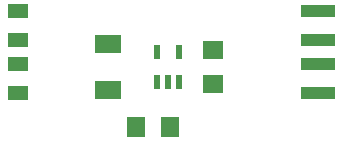
<source format=gbr>
G04 EAGLE Gerber RS-274X export*
G75*
%MOMM*%
%FSLAX34Y34*%
%LPD*%
%INSolderpaste Top*%
%IPPOS*%
%AMOC8*
5,1,8,0,0,1.08239X$1,22.5*%
G01*
%ADD10R,0.558800X1.270000*%
%ADD11R,1.803000X1.600000*%
%ADD12R,1.600000X1.803000*%
%ADD13R,2.200000X1.600000*%
%ADD14R,1.700000X1.300000*%
%ADD15R,2.880000X1.120000*%


D10*
X193802Y380746D03*
X203200Y380746D03*
X212598Y380746D03*
X212598Y406654D03*
X193802Y406654D03*
D11*
X241300Y407920D03*
X241300Y379480D03*
D12*
X176280Y342900D03*
X204720Y342900D03*
D13*
X152400Y413200D03*
X152400Y374200D03*
D14*
X76200Y396400D03*
X76200Y416400D03*
X76200Y371400D03*
X76200Y441400D03*
D15*
X330200Y371400D03*
X330200Y441400D03*
X330200Y396400D03*
X330200Y416400D03*
M02*

</source>
